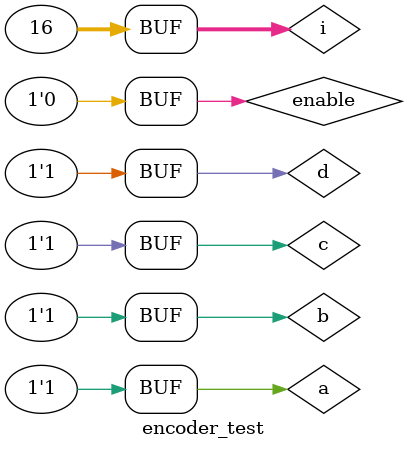
<source format=v>
module encoder_test;
    wire out1, out2, valid;
    reg a, b, c, d, enable;
    encoder1 u1(out1, a, b, c, d, enable);
    encoder2 u2(out2, a, b, c, d, enable);
    encoder3 u3(valid, a, b, c, d, enable);
    integer i;
    initial begin
        #100 enable = 1;
        $monitor("out1 = %d, out2 = %d, valid = %d", out1, out2, valid);
        for (i = 0; i < 16; i = i + 1)
            #100 {a, b, c, d} = i;    
        #100;
        enable = 0;
        #100;        
    end
endmodule

</source>
